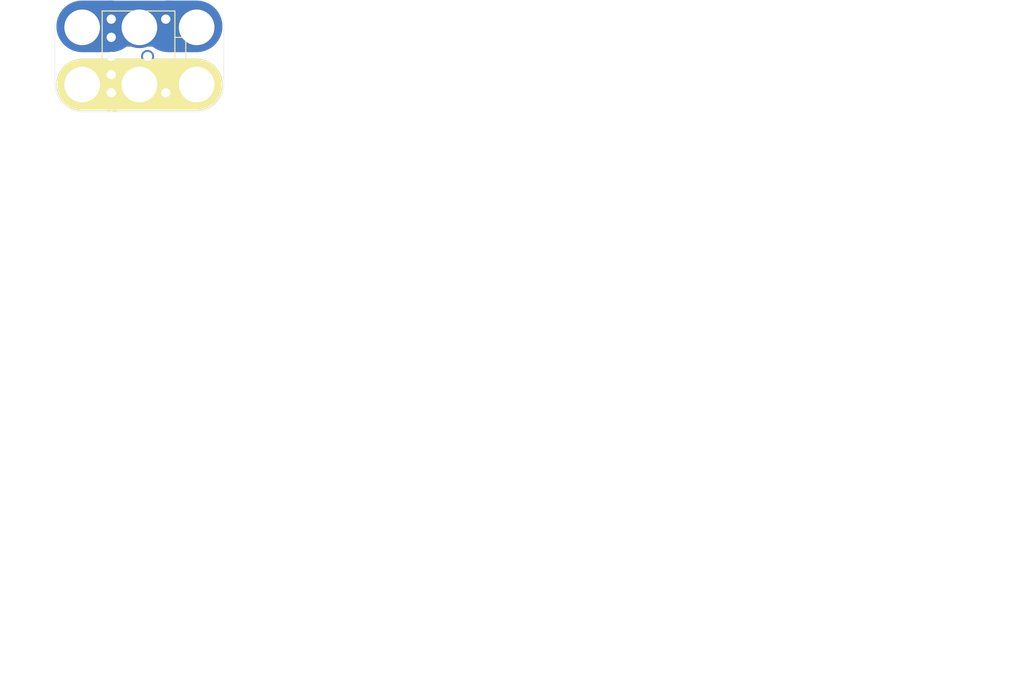
<source format=kicad_pcb>
(kicad_pcb (version 4) (host pcbnew 4.0.5-e0-6337~49~ubuntu16.04.1)

  (general
    (links 9)
    (no_connects 9)
    (area -5.4864 32.020079 137.358359 126.3142)
    (thickness 1.6)
    (drawings 1)
    (tracks 0)
    (zones 0)
    (modules 1)
    (nets 3)
  )

  (page USLetter)
  (title_block
    (title "2x3 Stereo Headphone Jack")
    (date "26 Apr 2017")
    (rev v1.1)
    (company "All rights reserved.")
    (comment 1 help@browndoggadgets.com)
    (comment 2 http://browndoggadgets.com/)
    (comment 3 "Brown Dog Gadgets")
  )

  (layers
    (0 F.Cu signal)
    (31 B.Cu signal)
    (34 B.Paste user)
    (35 F.Paste user)
    (36 B.SilkS user)
    (37 F.SilkS user)
    (38 B.Mask user)
    (39 F.Mask user)
    (40 Dwgs.User user)
    (44 Edge.Cuts user)
    (46 B.CrtYd user)
    (47 F.CrtYd user)
    (48 B.Fab user)
    (49 F.Fab user)
  )

  (setup
    (last_trace_width 0.254)
    (user_trace_width 0.1524)
    (user_trace_width 0.254)
    (user_trace_width 0.3302)
    (user_trace_width 0.508)
    (user_trace_width 0.762)
    (user_trace_width 1.27)
    (trace_clearance 0.254)
    (zone_clearance 0.508)
    (zone_45_only no)
    (trace_min 0.1524)
    (segment_width 0.1524)
    (edge_width 0.1524)
    (via_size 0.6858)
    (via_drill 0.3302)
    (via_min_size 0.6858)
    (via_min_drill 0.3302)
    (user_via 0.6858 0.3302)
    (user_via 0.762 0.4064)
    (user_via 0.8636 0.508)
    (uvia_size 0.6858)
    (uvia_drill 0.3302)
    (uvias_allowed no)
    (uvia_min_size 0)
    (uvia_min_drill 0)
    (pcb_text_width 0.1524)
    (pcb_text_size 1.016 1.016)
    (mod_edge_width 0.1524)
    (mod_text_size 1.016 1.016)
    (mod_text_width 0.1524)
    (pad_size 1.524 1.524)
    (pad_drill 0.762)
    (pad_to_mask_clearance 0.0762)
    (solder_mask_min_width 0.1016)
    (pad_to_paste_clearance -0.0762)
    (aux_axis_origin 0 0)
    (visible_elements FFFEDF7D)
    (pcbplotparams
      (layerselection 0x310fc_80000001)
      (usegerberextensions true)
      (excludeedgelayer true)
      (linewidth 0.100000)
      (plotframeref false)
      (viasonmask false)
      (mode 1)
      (useauxorigin false)
      (hpglpennumber 1)
      (hpglpenspeed 20)
      (hpglpendiameter 15)
      (hpglpenoverlay 2)
      (psnegative false)
      (psa4output false)
      (plotreference true)
      (plotvalue true)
      (plotinvisibletext false)
      (padsonsilk false)
      (subtractmaskfromsilk false)
      (outputformat 1)
      (mirror false)
      (drillshape 0)
      (scaleselection 1)
      (outputdirectory gerbers))
  )

  (net 0 "")
  (net 1 GND)
  (net 2 VCC)

  (net_class Default "This is the default net class."
    (clearance 0.254)
    (trace_width 0.254)
    (via_dia 0.6858)
    (via_drill 0.3302)
    (uvia_dia 0.6858)
    (uvia_drill 0.3302)
    (add_net GND)
    (add_net VCC)
  )

  (module Crazy_Circuits:STEREO-JACK-SJ-3523N-TH-2x3 (layer F.Cu) (tedit 592C23DB) (tstamp 5900E984)
    (at 13.9944 44.0944)
    (descr "10mm LED 5mm pitch through hole center polarized")
    (path /5900EFCB)
    (fp_text reference J1 (at -4 -4) (layer B.SilkS) hide
      (effects (font (size 1 1) (thickness 0.15)) (justify mirror))
    )
    (fp_text value CONN-JACK-STEREO-R/A-3PIN-3.5MM (at -2.857 -2.477 180) (layer F.Fab) hide
      (effects (font (size 1 1) (thickness 0.15)))
    )
    (fp_text user %R (at 0.127 -3.683 180) (layer F.Fab)
      (effects (font (size 1 1) (thickness 0.15)))
    )
    (fp_line (start 8 -8.127) (end 4.064 -8.128) (layer B.Mask) (width 7.2))
    (fp_line (start 8 0) (end -8 0) (layer B.Mask) (width 7.2))
    (fp_line (start 8 0) (end -8 0) (layer B.Cu) (width 7.2))
    (fp_line (start 7.9 -11.8) (end -7.9 -11.8) (layer Edge.Cuts) (width 0.04064))
    (fp_line (start 7.9 3.8) (end -7.9 3.8) (layer Edge.Cuts) (width 0.04064))
    (fp_line (start 11.8 -0.1) (end 11.8 -7.9) (layer Edge.Cuts) (width 0.04064))
    (fp_line (start -11.8 -0.1) (end -11.8 -7.9) (layer Edge.Cuts) (width 0.04064))
    (fp_arc (start 7.9 -7.9) (end 7.9 -11.8) (angle 90) (layer Edge.Cuts) (width 0.04064))
    (fp_arc (start 7.9 -0.1) (end 11.8 -0.1) (angle 90) (layer Edge.Cuts) (width 0.04064))
    (fp_arc (start -7.9 -0.1) (end -7.9 3.8) (angle 90) (layer Edge.Cuts) (width 0.04064))
    (fp_arc (start -7.9 -7.9) (end -11.8 -7.9) (angle 90) (layer Edge.Cuts) (width 0.04064))
    (fp_line (start 7.9 -11.8) (end -7.9 -11.8) (layer F.Fab) (width 0.04064))
    (fp_line (start 7.9 3.8) (end -7.9 3.8) (layer F.Fab) (width 0.04064))
    (fp_line (start 11.8 -0.1) (end 11.8 -7.9) (layer F.Fab) (width 0.04064))
    (fp_line (start -11.8 -0.1) (end -11.8 -7.9) (layer F.Fab) (width 0.04064))
    (fp_arc (start 7.9 -7.9) (end 7.9 -11.8) (angle 90) (layer F.Fab) (width 0.04064))
    (fp_arc (start 7.9 -0.1) (end 11.8 -0.1) (angle 90) (layer F.Fab) (width 0.04064))
    (fp_arc (start -7.9 -0.1) (end -7.9 3.8) (angle 90) (layer F.Fab) (width 0.04064))
    (fp_arc (start -7.9 -7.9) (end -11.8 -7.9) (angle 90) (layer F.Fab) (width 0.04064))
    (fp_line (start 8 0) (end -8 0) (layer F.SilkS) (width 7.2))
    (fp_line (start 6.477 -6.604) (end 4.953 -6.604) (layer F.SilkS) (width 0.1524))
    (fp_line (start 6.477 -1.397) (end 6.477 -6.477) (layer F.Fab) (width 0.1524))
    (fp_line (start 4.953 -1.397) (end 6.477 -1.397) (layer F.SilkS) (width 0.1524))
    (fp_text user %R (at -3.81 3.302 180) (layer F.SilkS)
      (effects (font (size 1 1) (thickness 0.15)))
    )
    (fp_line (start 4.953 -10.414) (end -5.207 -10.414) (layer F.CrtYd) (width 0.04064))
    (fp_line (start 4.953 2.413) (end 4.953 -10.287) (layer F.CrtYd) (width 0.04064))
    (fp_line (start -5.207 2.413) (end 4.953 2.413) (layer F.CrtYd) (width 0.04064))
    (fp_line (start -5.207 -10.287) (end -5.207 2.413) (layer F.CrtYd) (width 0.04064))
    (fp_line (start 4.953 -10.414) (end -5.207 -10.414) (layer F.Fab) (width 0.04064))
    (fp_line (start 4.953 2.413) (end 4.953 -10.287) (layer F.Fab) (width 0.04064))
    (fp_line (start -5.207 2.413) (end 4.953 2.413) (layer F.Fab) (width 0.04064))
    (fp_line (start -5.207 2.413) (end -5.207 -10.287) (layer F.Fab) (width 0.04064))
    (fp_line (start 4.953 -10.287) (end -5.207 -10.287) (layer F.SilkS) (width 0.1524))
    (fp_line (start 4.953 2.413) (end 4.953 -10.287) (layer F.SilkS) (width 0.1524))
    (fp_line (start -5.207 2.413) (end 4.953 2.413) (layer F.SilkS) (width 0.1524))
    (fp_line (start -5.207 -10.287) (end -5.207 2.413) (layer F.SilkS) (width 0.1524))
    (fp_line (start 6.477 -1.397) (end 6.477 -6.477) (layer F.SilkS) (width 0.1524))
    (fp_line (start 6.477 -6.604) (end 4.953 -6.604) (layer F.Fab) (width 0.1524))
    (fp_line (start 4.953 -1.397) (end 6.477 -1.397) (layer F.Fab) (width 0.1524))
    (fp_line (start -4.065 -8.127) (end -8.001 -8.128) (layer B.Mask) (width 7.2))
    (fp_line (start 4.191 -8.509) (end -4.064 -8.509) (layer B.Mask) (width 6.4))
    (fp_line (start 4.191 -8.509) (end -4.064 -8.509) (layer B.Cu) (width 6.4))
    (fp_line (start -4.065 -8.127) (end -8.001 -8.128) (layer B.Cu) (width 7.2))
    (fp_line (start 8 -8.127) (end 4.064 -8.128) (layer B.Cu) (width 7.2))
    (pad - thru_hole circle (at -8 0) (size 6 6) (drill 4.98) (layers *.Cu *.Mask)
      (net 1 GND))
    (pad + thru_hole circle (at -8 -8) (size 6 6) (drill 4.98) (layers *.Cu *.Mask)
      (net 2 VCC))
    (pad + thru_hole circle (at 8 -8) (size 6 6) (drill 4.98) (layers *.Cu *.Mask)
      (net 2 VCC))
    (pad - thru_hole circle (at 8 0) (size 6 6) (drill 4.98) (layers *.Cu *.Mask)
      (net 1 GND))
    (pad + thru_hole circle (at 0 -8) (size 5.8 5.8) (drill 4.98) (layers *.Cu *.Mask)
      (net 2 VCC))
    (pad - thru_hole circle (at 0 0) (size 6 6) (drill 4.98) (layers *.Cu *.Mask)
      (net 1 GND))
    (pad - thru_hole circle (at -3.937 1.143 180) (size 2.1844 2.1844) (drill 1.2954) (layers *.Cu B.Mask)
      (net 1 GND))
    (pad - thru_hole circle (at -3.937 -1.397 180) (size 2.1844 2.1844) (drill 1.2954) (layers *.Cu B.Mask)
      (net 1 GND))
    (pad "" np_thru_hole circle (at -3.937 -3.937 180) (size 1.2954 1.2954) (drill 1.2954) (layers *.Cu))
    (pad + thru_hole circle (at -3.937 -6.604 180) (size 2.1844 2.1844) (drill 1.2954) (layers *.Cu B.Mask)
      (net 2 VCC))
    (pad + thru_hole circle (at -3.937 -9.144 180) (size 2.1844 2.1844) (drill 1.2954) (layers *.Cu B.Mask)
      (net 2 VCC))
    (pad - thru_hole circle (at 1.143 -3.937 180) (size 1.8034 1.8034) (drill 1.2954) (layers *.Cu B.Mask)
      (net 1 GND))
    (pad "" np_thru_hole circle (at 1.143 1.143 180) (size 1.2954 1.2954) (drill 1.2954) (layers *.Cu))
    (pad "" np_thru_hole circle (at 3.683 1.143 180) (size 1.2954 1.2954) (drill 1.2954) (layers *.Cu))
    (pad "" np_thru_hole circle (at 1.143 -9.144 180) (size 1.2954 1.2954) (drill 1.2954) (layers *.Cu))
    (pad "" np_thru_hole circle (at 3.683 -9.144 180) (size 1.2954 1.2954) (drill 1.2954) (layers *.Cu))
  )

  (gr_text "FABRICATION NOTES\n\n1. THIS IS A 2 LAYER BOARD. \n2. EXTERNAL LAYERS SHALL HAVE 1 OZ COPPER.\n3. MATERIAL: FR4 AND 0.062 INCH +/- 10% THICK.\n4. BOARDS SHALL BE ROHS COMPLIANT. \n5. MANUFACTURE IN ACCORDANCE WITH IPC-6012 CLASS 2\n6. MASK: BOTH SIDES OF THE BOARD SHALL HAVE \n   SOLDER MASK (BLACK) OVER BARE COPPER. \n7. SILK: BOTH SIDES OF THE BOARD SHALL HAVE \n   WHITE SILKSCREEN. DO NOT PLACE SILK OVER BARE COPPER.\n8. FINISH: ENIG.\n9. MINIMUM TRACE WIDTH - 0.006 INCH.\n   MINIMUM SPACE - 0.006 INCH.\n   MINIMUM HOLE DIA - 0.013 INCH. \n10. MAX HOLE PLACEMENT TOLERANCE OF +/- 0.003 INCH.\n11. MAX HOLE DIAMETER TOLERANCE OF +/- 0.003 INCH AFTER PLATING." (at -5.4864 91.6432) (layer Dwgs.User)
    (effects (font (size 2.54 2.54) (thickness 0.254)) (justify left))
  )

)

</source>
